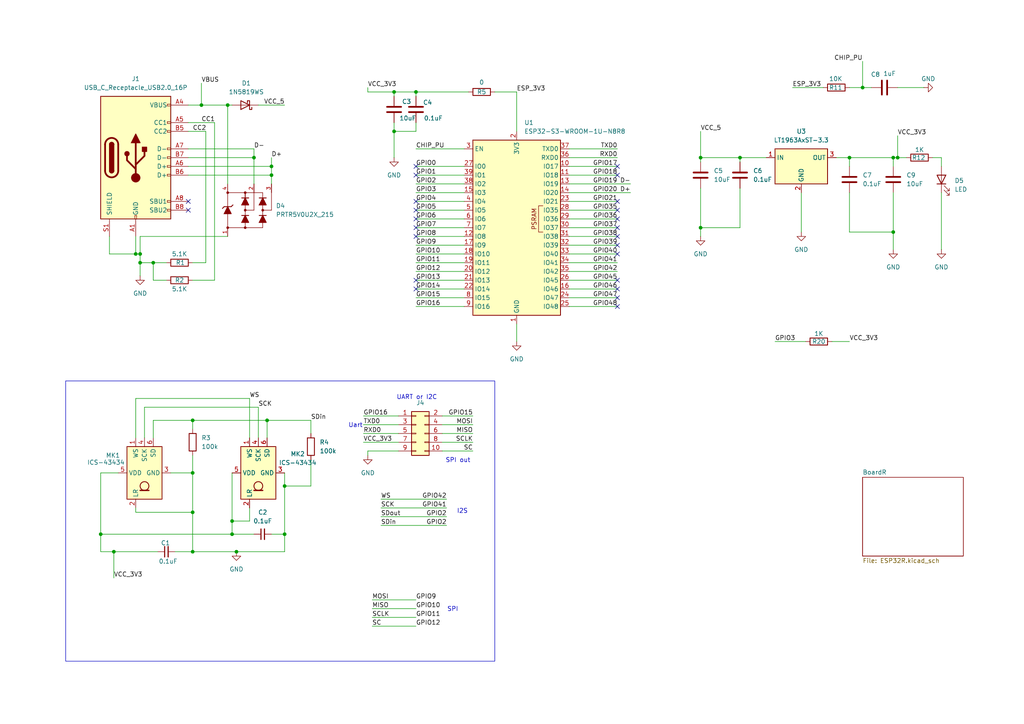
<source format=kicad_sch>
(kicad_sch (version 20231120) (generator "eeschema") (generator_version "8.0")
  (paper "A4")
  (lib_symbols
    (symbol "Connector:USB_C_Receptacle_USB2.0_16P" (pin_names (offset 1.016))
      (property "Reference" "J" (at 0 22.225 0))
      (property "Value" "USB_C_Receptacle_USB2.0_16P" (at 0 19.685 0))
      (symbol "USB_C_Receptacle_USB2.0_16P_0_0"
        (rectangle (start -0.254 -17.78) (end 0.254 -16.764))
        (rectangle (start 10.16 -14.986) (end 9.144 -15.494))
        (rectangle (start 10.16 -12.446) (end 9.144 -12.954))
        (rectangle (start 10.16 -4.826) (end 9.144 -5.334))
        (rectangle (start 10.16 -2.286) (end 9.144 -2.794))
        (rectangle (start 10.16 0.254) (end 9.144 -0.254))
        (rectangle (start 10.16 2.794) (end 9.144 2.286))
        (rectangle (start 10.16 7.874) (end 9.144 7.366))
        (rectangle (start 10.16 10.414) (end 9.144 9.906))
        (rectangle (start 10.16 15.494) (end 9.144 14.986))
      )
      (symbol "USB_C_Receptacle_USB2.0_16P_0_1"
        (rectangle (start -10.16 17.78) (end 10.16 -17.78) (stroke (width 0.254)) (fill (type background)))
        (arc (start -8.89 -3.81) (mid -6.985 -5.7067) (end -5.08 -3.81) (stroke (width 0.508)))
        (arc (start -7.62 -3.81) (mid -6.985 -4.4423) (end -6.35 -3.81) (stroke (width 0.254)))
        (arc (start -7.62 -3.81) (mid -6.985 -4.4423) (end -6.35 -3.81) (stroke (width 0.254)) (fill (type outline)))
        (rectangle (start -7.62 -3.81) (end -6.35 3.81) (stroke (width 0.254)) (fill (type outline)))
        (arc (start -6.35 3.81) (mid -6.985 4.4423) (end -7.62 3.81) (stroke (width 0.254)))
        (arc (start -6.35 3.81) (mid -6.985 4.4423) (end -7.62 3.81) (stroke (width 0.254)) (fill (type outline)))
        (arc (start -5.08 3.81) (mid -6.985 5.7067) (end -8.89 3.81) (stroke (width 0.508)))
        (circle (center -2.54 1.143) (radius 0.635) (stroke (width 0.254)) (fill (type outline)))
        (circle (center 0 -5.842) (radius 1.27) (fill (type outline)))
        (polyline (pts (xy -8.89 -3.81) (xy -8.89 3.81)) (stroke (width 0.508)))
        (polyline (pts (xy -5.08 3.81) (xy -5.08 -3.81)) (stroke (width 0.508)))
        (polyline (pts (xy 0 -5.842) (xy 0 4.318)) (stroke (width 0.508)))
        (polyline (pts (xy 0 -3.302) (xy -2.54 -0.762) (xy -2.54 0.508)) (stroke (width 0.508)))
        (polyline (pts (xy 0 -2.032) (xy 2.54 0.508) (xy 2.54 1.778)) (stroke (width 0.508)))
        (polyline (pts (xy -1.27 4.318) (xy 0 6.858) (xy 1.27 4.318) (xy -1.27 4.318)) (stroke (width 0.254)) (fill (type outline)))
        (rectangle (start 1.905 1.778) (end 3.175 3.048) (stroke (width 0.254)) (fill (type outline)))
      )
      (symbol "USB_C_Receptacle_USB2.0_16P_1_1"
        (pin passive line (at 0 -22.86 90) (length 5.08) (name "GND") (number "A1"))
        (pin passive line (at 0 -22.86 90) (length 5.08) hide (name "GND") (number "A12"))
        (pin passive line (at 15.24 15.24 180) (length 5.08) (name "VBUS") (number "A4"))
        (pin bidirectional line (at 15.24 10.16 180) (length 5.08) (name "CC1") (number "A5"))
        (pin bidirectional line (at 15.24 -2.54 180) (length 5.08) (name "D+") (number "A6"))
        (pin bidirectional line (at 15.24 2.54 180) (length 5.08) (name "D-") (number "A7"))
        (pin bidirectional line (at 15.24 -12.7 180) (length 5.08) (name "SBU1") (number "A8"))
        (pin passive line (at 15.24 15.24 180) (length 5.08) hide (name "VBUS") (number "A9"))
        (pin passive line (at 0 -22.86 90) (length 5.08) hide (name "GND") (number "B1"))
        (pin passive line (at 0 -22.86 90) (length 5.08) hide (name "GND") (number "B12"))
        (pin passive line (at 15.24 15.24 180) (length 5.08) hide (name "VBUS") (number "B4"))
        (pin bidirectional line (at 15.24 7.62 180) (length 5.08) (name "CC2") (number "B5"))
        (pin bidirectional line (at 15.24 -5.08 180) (length 5.08) (name "D+") (number "B6"))
        (pin bidirectional line (at 15.24 0 180) (length 5.08) (name "D-") (number "B7"))
        (pin bidirectional line (at 15.24 -15.24 180) (length 5.08) (name "SBU2") (number "B8"))
        (pin passive line (at 15.24 15.24 180) (length 5.08) hide (name "VBUS") (number "B9"))
        (pin passive line (at -7.62 -22.86 90) (length 5.08) (name "SHIELD") (number "S1"))
      )
    )
    (symbol "Connector_Generic:Conn_02x05_Odd_Even" (pin_names (offset 1.016) hide)
      (property "Reference" "J" (at 1.27 7.62 0))
      (property "Value" "Conn_02x05_Odd_Even" (at 1.27 -7.62 0))
      (symbol "Conn_02x05_Odd_Even_1_1"
        (rectangle (start -1.27 -4.953) (end 0 -5.207) (stroke (width 0.1524)))
        (rectangle (start -1.27 -2.413) (end 0 -2.667) (stroke (width 0.1524)))
        (rectangle (start -1.27 0.127) (end 0 -0.127) (stroke (width 0.1524)))
        (rectangle (start -1.27 2.667) (end 0 2.413) (stroke (width 0.1524)))
        (rectangle (start -1.27 5.207) (end 0 4.953) (stroke (width 0.1524)))
        (rectangle (start -1.27 6.35) (end 3.81 -6.35) (stroke (width 0.254)) (fill (type background)))
        (rectangle (start 3.81 -4.953) (end 2.54 -5.207) (stroke (width 0.1524)))
        (rectangle (start 3.81 -2.413) (end 2.54 -2.667) (stroke (width 0.1524)))
        (rectangle (start 3.81 0.127) (end 2.54 -0.127) (stroke (width 0.1524)))
        (rectangle (start 3.81 2.667) (end 2.54 2.413) (stroke (width 0.1524)))
        (rectangle (start 3.81 5.207) (end 2.54 4.953) (stroke (width 0.1524)))
        (pin passive line (at -5.08 5.08 0) (length 3.81) (name "Pin_1") (number "1"))
        (pin passive line (at 7.62 -5.08 180) (length 3.81) (name "Pin_10") (number "10"))
        (pin passive line (at 7.62 5.08 180) (length 3.81) (name "Pin_2") (number "2"))
        (pin passive line (at -5.08 2.54 0) (length 3.81) (name "Pin_3") (number "3"))
        (pin passive line (at 7.62 2.54 180) (length 3.81) (name "Pin_4") (number "4"))
        (pin passive line (at -5.08 0 0) (length 3.81) (name "Pin_5") (number "5"))
        (pin passive line (at 7.62 0 180) (length 3.81) (name "Pin_6") (number "6"))
        (pin passive line (at -5.08 -2.54 0) (length 3.81) (name "Pin_7") (number "7"))
        (pin passive line (at 7.62 -2.54 180) (length 3.81) (name "Pin_8") (number "8"))
        (pin passive line (at -5.08 -5.08 0) (length 3.81) (name "Pin_9") (number "9"))
      )
    )
    (symbol "Device:C" (pin_numbers hide) (pin_names (offset 0.254))
      (property "Reference" "C" (at 0.635 2.54 0))
      (property "Value" "C" (at 0.635 -2.54 0))
      (symbol "C_0_1"
        (polyline (pts (xy -2.032 -0.762) (xy 2.032 -0.762)) (stroke (width 0.508)))
        (polyline (pts (xy -2.032 0.762) (xy 2.032 0.762)) (stroke (width 0.508)))
      )
      (symbol "C_1_1"
        (pin passive line (at 0 3.81 270) (length 2.794) (name "~") (number "1"))
        (pin passive line (at 0 -3.81 90) (length 2.794) (name "~") (number "2"))
      )
    )
    (symbol "Device:C_Small" (pin_numbers hide) (pin_names (offset 0.254) hide)
      (property "Reference" "C" (at 0.254 1.778 0))
      (property "Value" "C_Small" (at 0.254 -2.032 0))
      (symbol "C_Small_0_1"
        (polyline (pts (xy -1.524 -0.508) (xy 1.524 -0.508)) (stroke (width 0.3302)))
        (polyline (pts (xy -1.524 0.508) (xy 1.524 0.508)) (stroke (width 0.3048)))
      )
      (symbol "C_Small_1_1"
        (pin passive line (at 0 2.54 270) (length 2.032) (name "~") (number "1"))
        (pin passive line (at 0 -2.54 90) (length 2.032) (name "~") (number "2"))
      )
    )
    (symbol "Device:LED" (pin_numbers hide) (pin_names (offset 1.016) hide)
      (property "Reference" "D" (at 0 2.54 0))
      (property "Value" "LED" (at 0 -2.54 0))
      (symbol "LED_0_1"
        (polyline (pts (xy -1.27 -1.27) (xy -1.27 1.27)) (stroke (width 0.254)))
        (polyline (pts (xy -1.27 0) (xy 1.27 0)))
        (polyline (pts (xy 1.27 -1.27) (xy 1.27 1.27) (xy -1.27 0) (xy 1.27 -1.27)) (stroke (width 0.254)))
        (polyline (pts (xy -3.048 -0.762) (xy -4.572 -2.286) (xy -3.81 -2.286) (xy -4.572 -2.286) (xy -4.572 -1.524)))
        (polyline (pts (xy -1.778 -0.762) (xy -3.302 -2.286) (xy -2.54 -2.286) (xy -3.302 -2.286) (xy -3.302 -1.524)))
      )
      (symbol "LED_1_1"
        (pin passive line (at -3.81 0 0) (length 2.54) (name "K") (number "1"))
        (pin passive line (at 3.81 0 180) (length 2.54) (name "A") (number "2"))
      )
    )
    (symbol "Device:R" (pin_numbers hide) (pin_names (offset 0))
      (property "Reference" "R" (at 2.032 0 90))
      (property "Value" "R" (at 0 0 90))
      (symbol "R_0_1"
        (rectangle (start -1.016 -2.54) (end 1.016 2.54) (stroke (width 0.254)))
      )
      (symbol "R_1_1"
        (pin passive line (at 0 3.81 270) (length 1.27) (name "~") (number "1"))
        (pin passive line (at 0 -3.81 90) (length 1.27) (name "~") (number "2"))
      )
    )
    (symbol "Diode:1N5819WS" (pin_numbers hide) (pin_names (offset 1.016) hide)
      (property "Reference" "D" (at 0 2.54 0))
      (property "Value" "1N5819WS" (at 0 -2.54 0))
      (symbol "1N5819WS_0_1"
        (polyline (pts (xy 1.27 0) (xy -1.27 0)))
        (polyline (pts (xy 1.27 1.27) (xy 1.27 -1.27) (xy -1.27 0) (xy 1.27 1.27)) (stroke (width 0.254)))
        (polyline (pts (xy -1.905 0.635) (xy -1.905 1.27) (xy -1.27 1.27) (xy -1.27 -1.27) (xy -0.635 -1.27) (xy -0.635 -0.635)) (stroke (width 0.254)))
      )
      (symbol "1N5819WS_1_1"
        (pin passive line (at -3.81 0 0) (length 2.54) (name "K") (number "1"))
        (pin passive line (at 3.81 0 180) (length 2.54) (name "A") (number "2"))
      )
    )
    (symbol "PRTR5V0U2X_215:PRTR5V0U2X_215" (pin_names (offset 1.016))
      (property "Reference" "D" (at -2.5474 -7.5404 0))
      (property "Value" "PRTR5V0U2X_215" (at -2.543 -10.3245 0))
      (symbol "PRTR5V0U2X_215_0_0"
        (circle (center -5.08 -5.08) (radius 0.254) (stroke (width 0.254)))
        (circle (center -5.08 5.08) (radius 0.254) (stroke (width 0.254)))
        (circle (center 0 -5.08) (radius 0.254) (stroke (width 0.254)))
        (polyline (pts (xy -6.096 1.016) (xy -6.604 0.508)) (stroke (width 0.254)))
        (polyline (pts (xy -6.096 1.016) (xy -5.08 1.016)) (stroke (width 0.254)))
        (polyline (pts (xy -5.08 -1.016) (xy -5.08 -7.62)) (stroke (width 0.1524)))
        (polyline (pts (xy -5.08 1.016) (xy -5.08 7.62)) (stroke (width 0.1524)))
        (polyline (pts (xy -5.08 1.016) (xy -4.064 1.016)) (stroke (width 0.254)))
        (polyline (pts (xy -4.064 1.016) (xy -3.556 1.524)) (stroke (width 0.254)))
        (polyline (pts (xy -1.016 -1.524) (xy 0 -1.524)) (stroke (width 0.254)))
        (polyline (pts (xy -1.016 3.556) (xy 0 3.556)) (stroke (width 0.254)))
        (polyline (pts (xy 0 -5.08) (xy -5.08 -5.08)) (stroke (width 0.1524)))
        (polyline (pts (xy 0 -3.556) (xy 0 -5.08)) (stroke (width 0.1524)))
        (polyline (pts (xy 0 -1.524) (xy 0 0)) (stroke (width 0.1524)))
        (polyline (pts (xy 0 -1.524) (xy 1.016 -1.524)) (stroke (width 0.254)))
        (polyline (pts (xy 0 0) (xy 0 1.524)) (stroke (width 0.1524)))
        (polyline (pts (xy 0 0) (xy 2.54 0)) (stroke (width 0.1524)))
        (polyline (pts (xy 0 3.556) (xy 0 5.08)) (stroke (width 0.254)))
        (polyline (pts (xy 0 3.556) (xy 1.016 3.556)) (stroke (width 0.254)))
        (polyline (pts (xy 0 5.08) (xy -5.08 5.08)) (stroke (width 0.1524)))
        (polyline (pts (xy 2.54 0) (xy 2.54 7.62)) (stroke (width 0.1524)))
        (polyline (pts (xy 4.064 -1.524) (xy 5.08 -1.524)) (stroke (width 0.254)))
        (polyline (pts (xy 4.064 3.556) (xy 5.08 3.556)) (stroke (width 0.254)))
        (polyline (pts (xy 5.08 -5.08) (xy 0 -5.08)) (stroke (width 0.1524)))
        (polyline (pts (xy 5.08 -3.556) (xy 5.08 -5.08)) (stroke (width 0.1524)))
        (polyline (pts (xy 5.08 -1.524) (xy 5.08 0)) (stroke (width 0.1524)))
        (polyline (pts (xy 5.08 -1.524) (xy 6.096 -1.524)) (stroke (width 0.254)))
        (polyline (pts (xy 5.08 0) (xy 5.08 1.524)) (stroke (width 0.1524)))
        (polyline (pts (xy 5.08 0) (xy 7.62 0)) (stroke (width 0.1524)))
        (polyline (pts (xy 5.08 3.556) (xy 5.08 5.08)) (stroke (width 0.1524)))
        (polyline (pts (xy 5.08 3.556) (xy 6.096 3.556)) (stroke (width 0.254)))
        (polyline (pts (xy 5.08 5.08) (xy 0 5.08)) (stroke (width 0.1524)))
        (polyline (pts (xy 7.62 0) (xy 7.62 7.62)) (stroke (width 0.1524)))
        (polyline (pts (xy -6.096 -1.016) (xy -5.08 1.016) (xy -4.064 -1.016) (xy -6.096 -1.016)) (stroke (width 0.254)) (fill (type outline)))
        (polyline (pts (xy -1.016 -3.556) (xy 0 -1.524) (xy 1.016 -3.556) (xy -1.016 -3.556)) (stroke (width 0.254)) (fill (type outline)))
        (polyline (pts (xy -1.016 1.524) (xy 0 3.556) (xy 1.016 1.524) (xy -1.016 1.524)) (stroke (width 0.254)) (fill (type outline)))
        (polyline (pts (xy 4.064 -3.556) (xy 5.08 -1.524) (xy 6.096 -3.556) (xy 4.064 -3.556)) (stroke (width 0.254)) (fill (type outline)))
        (polyline (pts (xy 4.064 1.524) (xy 5.08 3.556) (xy 6.096 1.524) (xy 4.064 1.524)) (stroke (width 0.254)) (fill (type outline)))
        (circle (center 0 0) (radius 0.254) (stroke (width 0.254)))
        (circle (center 0 5.08) (radius 0.254) (stroke (width 0.254)))
        (circle (center 5.08 0) (radius 0.254) (stroke (width 0.254)))
        (pin passive line (at -5.08 -7.62 90) (length 2.54) (name "~") (number "1"))
        (pin passive line (at 2.54 7.62 270) (length 2.54) (name "~") (number "2"))
        (pin passive line (at 7.62 7.62 270) (length 2.54) (name "~") (number "3"))
        (pin passive line (at -5.08 7.62 270) (length 2.54) (name "~") (number "4"))
      )
    )
    (symbol "RF_Module:ESP32-S3-WROOM-1"
      (property "Reference" "U" (at -12.7 26.67 0))
      (property "Value" "ESP32-S3-WROOM-1" (at 12.7 26.67 0))
      (symbol "ESP32-S3-WROOM-1_0_0"
        (rectangle (start -12.7 25.4) (end 12.7 -25.4) (stroke (width 0.254)) (fill (type background)))
        (text "PSRAM" (at 5.08 2.54 900) (effects (font (size 1.27 1.27))))
      )
      (symbol "ESP32-S3-WROOM-1_0_1"
        (polyline (pts (xy 7.62 -1.27) (xy 6.35 -1.27) (xy 6.35 6.35) (xy 7.62 6.35)))
      )
      (symbol "ESP32-S3-WROOM-1_1_1"
        (pin power_in line (at 0 -27.94 90) (length 2.54) (name "GND") (number "1"))
        (pin bidirectional line (at 15.24 17.78 180) (length 2.54) (name "IO17") (number "10"))
        (pin bidirectional line (at 15.24 15.24 180) (length 2.54) (name "IO18") (number "11"))
        (pin bidirectional line (at -15.24 -2.54 0) (length 2.54) (name "IO8") (number "12"))
        (pin bidirectional line (at 15.24 12.7 180) (length 2.54) (name "IO19") (number "13"))
        (pin bidirectional line (at 15.24 10.16 180) (length 2.54) (name "IO20") (number "14"))
        (pin bidirectional line (at -15.24 10.16 0) (length 2.54) (name "IO3") (number "15"))
        (pin bidirectional line (at 15.24 -17.78 180) (length 2.54) (name "IO46") (number "16"))
        (pin bidirectional line (at -15.24 -5.08 0) (length 2.54) (name "IO9") (number "17"))
        (pin bidirectional line (at -15.24 -7.62 0) (length 2.54) (name "IO10") (number "18"))
        (pin bidirectional line (at -15.24 -10.16 0) (length 2.54) (name "IO11") (number "19"))
        (pin power_in line (at 0 27.94 270) (length 2.54) (name "3V3") (number "2"))
        (pin bidirectional line (at -15.24 -12.7 0) (length 2.54) (name "IO12") (number "20"))
        (pin bidirectional line (at -15.24 -15.24 0) (length 2.54) (name "IO13") (number "21"))
        (pin bidirectional line (at -15.24 -17.78 0) (length 2.54) (name "IO14") (number "22"))
        (pin bidirectional line (at 15.24 7.62 180) (length 2.54) (name "IO21") (number "23"))
        (pin bidirectional line (at 15.24 -20.32 180) (length 2.54) (name "IO47") (number "24"))
        (pin bidirectional line (at 15.24 -22.86 180) (length 2.54) (name "IO48") (number "25"))
        (pin bidirectional line (at 15.24 -15.24 180) (length 2.54) (name "IO45") (number "26"))
        (pin bidirectional line (at -15.24 17.78 0) (length 2.54) (name "IO0") (number "27"))
        (pin bidirectional line (at 15.24 5.08 180) (length 2.54) (name "IO35") (number "28"))
        (pin bidirectional line (at 15.24 2.54 180) (length 2.54) (name "IO36") (number "29"))
        (pin input line (at -15.24 22.86 0) (length 2.54) (name "EN") (number "3"))
        (pin bidirectional line (at 15.24 0 180) (length 2.54) (name "IO37") (number "30"))
        (pin bidirectional line (at 15.24 -2.54 180) (length 2.54) (name "IO38") (number "31"))
        (pin bidirectional line (at 15.24 -5.08 180) (length 2.54) (name "IO39") (number "32"))
        (pin bidirectional line (at 15.24 -7.62 180) (length 2.54) (name "IO40") (number "33"))
        (pin bidirectional line (at 15.24 -10.16 180) (length 2.54) (name "IO41") (number "34"))
        (pin bidirectional line (at 15.24 -12.7 180) (length 2.54) (name "IO42") (number "35"))
        (pin bidirectional line (at 15.24 20.32 180) (length 2.54) (name "RXD0") (number "36"))
        (pin bidirectional line (at 15.24 22.86 180) (length 2.54) (name "TXD0") (number "37"))
        (pin bidirectional line (at -15.24 12.7 0) (length 2.54) (name "IO2") (number "38"))
        (pin bidirectional line (at -15.24 15.24 0) (length 2.54) (name "IO1") (number "39"))
        (pin bidirectional line (at -15.24 7.62 0) (length 2.54) (name "IO4") (number "4"))
        (pin passive line (at 0 -27.94 90) (length 2.54) hide (name "GND") (number "40"))
        (pin passive line (at 0 -27.94 90) (length 2.54) hide (name "GND") (number "41"))
        (pin bidirectional line (at -15.24 5.08 0) (length 2.54) (name "IO5") (number "5"))
        (pin bidirectional line (at -15.24 2.54 0) (length 2.54) (name "IO6") (number "6"))
        (pin bidirectional line (at -15.24 0 0) (length 2.54) (name "IO7") (number "7"))
        (pin bidirectional line (at -15.24 -20.32 0) (length 2.54) (name "IO15") (number "8"))
        (pin bidirectional line (at -15.24 -22.86 0) (length 2.54) (name "IO16") (number "9"))
      )
    )
    (symbol "Regulator_Linear:LT1963AxST-3.3"
      (property "Reference" "U2" (at 0 10.16 0))
      (property "Value" "LT1963AxST-3.3" (at 0 7.62 0))
      (symbol "LT1963AxST-3.3_0_1"
        (rectangle (start -7.62 5.08) (end 7.62 -5.08) (stroke (width 0.254)) (fill (type background)))
      )
      (symbol "LT1963AxST-3.3_1_1"
        (pin power_in line (at -10.16 2.54 0) (length 2.54) (name "IN") (number "1"))
        (pin power_in line (at 0 -7.62 90) (length 2.54) (name "GND") (number "2"))
        (pin power_out line (at 10.16 2.54 180) (length 2.54) (name "OUT") (number "3"))
        (pin power_in line (at 0 -7.62 90) (length 2.54) hide (name "GND") (number "4"))
      )
    )
    (symbol "Sensor_Audio:ICS-43434"
      (property "Reference" "MK" (at -7.62 6.35 0))
      (property "Value" "ICS-43434" (at 1.27 6.35 0))
      (symbol "ICS-43434_1_1"
        (rectangle (start -7.62 5.08) (end 7.62 -5.08) (stroke (width 0.254)) (fill (type background)))
        (circle (center -3.81 0) (radius 1.27) (stroke (width 0.254)))
        (polyline (pts (xy -5.08 1.27) (xy -5.08 -1.27)) (stroke (width 0.381)))
        (pin input line (at 10.16 2.54 180) (length 2.54) (name "WS") (number "1"))
        (pin input line (at -10.16 2.54 0) (length 2.54) (name "LR") (number "2"))
        (pin power_in line (at 0 -7.62 90) (length 2.54) (name "GND") (number "3"))
        (pin input line (at 10.16 0 180) (length 2.54) (name "SCK") (number "4"))
        (pin power_in line (at 0 7.62 270) (length 2.54) (name "VDD") (number "5"))
        (pin output line (at 10.16 -2.54 180) (length 2.54) (name "SD") (number "6"))
      )
    )
    (symbol "power:GND" (power) (pin_numbers hide) (pin_names (offset 0) hide)
      (property "Value" "GND" (at 0 -3.81 0))
      (symbol "GND_0_1"
        (polyline (pts (xy 0 0) (xy 0 -1.27) (xy 1.27 -1.27) (xy 0 -2.54) (xy -1.27 -1.27) (xy 0 -1.27)))
      )
      (symbol "GND_1_1"
        (pin power_in line (at 0 0 270) (length 0) (name "~") (number "1"))
      )
    )
  )
  (junction (at 33.02 160.02))
  (junction (at 260.35 45.72))
  (junction (at 120.65 26.67))
  (junction (at 55.88 121.92))
  (junction (at 68.58 160.02))
  (junction (at 78.74 50.8))
  (junction (at 82.55 140.97))
  (junction (at 82.55 154.94))
  (junction (at 55.88 160.02))
  (junction (at 67.31 151.13))
  (junction (at 250.19 25.4))
  (junction (at 67.31 154.94))
  (junction (at 40.64 73.66))
  (junction (at 29.21 154.94))
  (junction (at 259.08 67.31))
  (junction (at 39.37 73.66))
  (junction (at 73.66 45.72))
  (junction (at 55.88 148.59))
  (junction (at 58.42 30.48))
  (junction (at 44.45 76.2))
  (junction (at 203.2 45.72))
  (junction (at 114.3 26.67))
  (junction (at 40.64 76.2))
  (junction (at 246.38 45.72))
  (junction (at 77.47 121.92))
  (junction (at 114.3 38.1))
  (junction (at 66.04 30.48))
  (junction (at 214.63 45.72))
  (junction (at 259.08 45.72))
  (junction (at 78.74 48.26))
  (junction (at 203.2 66.04))
  (junction (at 55.88 137.16))
  (no_connect (at 179.07 88.9))
  (no_connect (at 120.65 50.8))
  (no_connect (at 120.65 83.82))
  (no_connect (at 179.07 81.28))
  (no_connect (at 179.07 66.04))
  (no_connect (at 179.07 58.42))
  (no_connect (at 120.65 60.96))
  (no_connect (at 179.07 68.58))
  (no_connect (at 179.07 60.96))
  (no_connect (at 179.07 50.8))
  (no_connect (at 179.07 71.12))
  (no_connect (at 120.65 81.28))
  (no_connect (at 54.61 60.96))
  (no_connect (at 179.07 73.66))
  (no_connect (at 120.65 58.42))
  (no_connect (at 179.07 83.82))
  (no_connect (at 179.07 86.36))
  (no_connect (at 120.65 68.58))
  (no_connect (at 120.65 48.26))
  (no_connect (at 179.07 48.26))
  (no_connect (at 120.65 63.5))
  (no_connect (at 120.65 66.04))
  (no_connect (at 179.07 63.5))
  (no_connect (at 54.61 58.42))
  (wire (pts (xy 55.88 121.92) (xy 77.47 121.92)))
  (wire (pts (xy 260.35 39.37) (xy 260.35 45.72)))
  (wire (pts (xy 120.65 63.5) (xy 134.62 63.5)))
  (wire (pts (xy 54.61 45.72) (xy 73.66 45.72)))
  (wire (pts (xy 55.88 132.08) (xy 55.88 137.16)))
  (wire (pts (xy 77.47 121.92) (xy 77.47 127)))
  (wire (pts (xy 120.65 83.82) (xy 134.62 83.82)))
  (wire (pts (xy 40.64 76.2) (xy 40.64 73.66)))
  (wire (pts (xy 120.65 68.58) (xy 134.62 68.58)))
  (wire (pts (xy 110.49 147.32) (xy 129.54 147.32)))
  (wire (pts (xy 143.51 26.67) (xy 149.86 26.67)))
  (wire (pts (xy 259.08 67.31) (xy 259.08 72.39)))
  (wire (pts (xy 120.65 26.67) (xy 135.89 26.67)))
  (wire (pts (xy 54.61 38.1) (xy 59.69 38.1)))
  (wire (pts (xy 120.65 88.9) (xy 134.62 88.9)))
  (wire (pts (xy 115.57 120.65) (xy 105.41 120.65)))
  (wire (pts (xy 165.1 53.34) (xy 182.88 53.34)))
  (wire (pts (xy 246.38 45.72) (xy 246.38 48.26)))
  (wire (pts (xy 55.88 137.16) (xy 55.88 148.59)))
  (wire (pts (xy 62.23 35.56) (xy 62.23 81.28)))
  (wire (pts (xy 40.64 76.2) (xy 44.45 76.2)))
  (wire (pts (xy 246.38 55.88) (xy 246.38 67.31)))
  (wire (pts (xy 259.08 55.88) (xy 259.08 67.31)))
  (wire (pts (xy 41.91 118.11) (xy 74.93 118.11)))
  (wire (pts (xy 66.04 30.48) (xy 67.31 30.48)))
  (wire (pts (xy 203.2 46.99) (xy 203.2 45.72)))
  (wire (pts (xy 137.16 128.27) (xy 128.27 128.27)))
  (wire (pts (xy 165.1 81.28) (xy 179.07 81.28)))
  (wire (pts (xy 273.05 55.88) (xy 273.05 72.39)))
  (wire (pts (xy 39.37 148.59) (xy 55.88 148.59)))
  (wire (pts (xy 39.37 73.66) (xy 40.64 73.66)))
  (wire (pts (xy 39.37 68.58) (xy 39.37 73.66)))
  (wire (pts (xy 72.39 127) (xy 72.39 115.57)))
  (wire (pts (xy 120.65 35.56) (xy 120.65 38.1)))
  (wire (pts (xy 120.65 26.67) (xy 120.65 27.94)))
  (wire (pts (xy 107.95 173.99) (xy 120.65 173.99)))
  (wire (pts (xy 66.04 30.48) (xy 66.04 53.34)))
  (wire (pts (xy 128.27 123.19) (xy 137.16 123.19)))
  (wire (pts (xy 62.23 81.28) (xy 55.88 81.28)))
  (wire (pts (xy 165.1 71.12) (xy 179.07 71.12)))
  (wire (pts (xy 44.45 121.92) (xy 55.88 121.92)))
  (wire (pts (xy 67.31 154.94) (xy 67.31 151.13)))
  (wire (pts (xy 214.63 66.04) (xy 203.2 66.04)))
  (wire (pts (xy 73.66 45.72) (xy 73.66 53.34)))
  (wire (pts (xy 229.87 25.4) (xy 238.76 25.4)))
  (wire (pts (xy 114.3 26.67) (xy 120.65 26.67)))
  (wire (pts (xy 120.65 81.28) (xy 134.62 81.28)))
  (wire (pts (xy 203.2 54.61) (xy 203.2 66.04)))
  (wire (pts (xy 105.41 128.27) (xy 115.57 128.27)))
  (wire (pts (xy 54.61 35.56) (xy 62.23 35.56)))
  (wire (pts (xy 54.61 50.8) (xy 78.74 50.8)))
  (wire (pts (xy 106.68 25.4) (xy 106.68 26.67)))
  (wire (pts (xy 82.55 140.97) (xy 90.17 140.97)))
  (wire (pts (xy 114.3 38.1) (xy 114.3 45.72)))
  (wire (pts (xy 54.61 48.26) (xy 78.74 48.26)))
  (wire (pts (xy 72.39 147.32) (xy 72.39 151.13)))
  (wire (pts (xy 106.68 26.67) (xy 114.3 26.67)))
  (wire (pts (xy 232.41 55.88) (xy 232.41 67.31)))
  (wire (pts (xy 165.1 76.2) (xy 179.07 76.2)))
  (wire (pts (xy 259.08 45.72) (xy 260.35 45.72)))
  (wire (pts (xy 242.57 45.72) (xy 246.38 45.72)))
  (wire (pts (xy 55.88 148.59) (xy 55.88 160.02)))
  (wire (pts (xy 120.65 38.1) (xy 114.3 38.1)))
  (wire (pts (xy 68.58 160.02) (xy 82.55 160.02)))
  (wire (pts (xy 110.49 144.78) (xy 129.54 144.78)))
  (wire (pts (xy 120.65 58.42) (xy 134.62 58.42)))
  (wire (pts (xy 260.35 25.4) (xy 267.97 25.4)))
  (wire (pts (xy 59.69 76.2) (xy 55.88 76.2)))
  (wire (pts (xy 179.07 50.8) (xy 165.1 50.8)))
  (wire (pts (xy 260.35 45.72) (xy 262.89 45.72)))
  (wire (pts (xy 165.1 86.36) (xy 179.07 86.36)))
  (wire (pts (xy 48.26 81.28) (xy 44.45 81.28)))
  (wire (pts (xy 149.86 93.98) (xy 149.86 99.06)))
  (wire (pts (xy 29.21 160.02) (xy 29.21 154.94)))
  (wire (pts (xy 120.65 78.74) (xy 134.62 78.74)))
  (wire (pts (xy 44.45 76.2) (xy 48.26 76.2)))
  (wire (pts (xy 77.47 121.92) (xy 90.17 121.92)))
  (wire (pts (xy 106.68 130.81) (xy 106.68 132.08)))
  (wire (pts (xy 58.42 30.48) (xy 66.04 30.48)))
  (wire (pts (xy 107.95 179.07) (xy 120.65 179.07)))
  (wire (pts (xy 120.65 66.04) (xy 134.62 66.04)))
  (wire (pts (xy 40.64 80.01) (xy 40.64 76.2)))
  (wire (pts (xy 114.3 35.56) (xy 114.3 38.1)))
  (wire (pts (xy 78.74 45.72) (xy 78.74 48.26)))
  (wire (pts (xy 74.93 30.48) (xy 82.55 30.48)))
  (wire (pts (xy 165.1 60.96) (xy 179.07 60.96)))
  (wire (pts (xy 246.38 25.4) (xy 250.19 25.4)))
  (wire (pts (xy 114.3 26.67) (xy 114.3 27.94)))
  (wire (pts (xy 165.1 45.72) (xy 179.07 45.72)))
  (wire (pts (xy 82.55 154.94) (xy 82.55 140.97)))
  (wire (pts (xy 33.02 167.64) (xy 33.02 160.02)))
  (wire (pts (xy 120.65 55.88) (xy 134.62 55.88)))
  (wire (pts (xy 165.1 78.74) (xy 179.07 78.74)))
  (wire (pts (xy 214.63 54.61) (xy 214.63 66.04)))
  (wire (pts (xy 273.05 45.72) (xy 273.05 48.26)))
  (wire (pts (xy 59.69 38.1) (xy 59.69 76.2)))
  (wire (pts (xy 179.07 48.26) (xy 165.1 48.26)))
  (wire (pts (xy 105.41 125.73) (xy 115.57 125.73)))
  (wire (pts (xy 29.21 137.16) (xy 29.21 154.94)))
  (wire (pts (xy 31.75 73.66) (xy 39.37 73.66)))
  (wire (pts (xy 120.65 53.34) (xy 134.62 53.34)))
  (wire (pts (xy 137.16 125.73) (xy 128.27 125.73)))
  (wire (pts (xy 250.19 25.4) (xy 252.73 25.4)))
  (wire (pts (xy 214.63 45.72) (xy 222.25 45.72)))
  (wire (pts (xy 39.37 148.59) (xy 39.37 147.32)))
  (wire (pts (xy 44.45 127) (xy 44.45 121.92)))
  (wire (pts (xy 120.65 48.26) (xy 134.62 48.26)))
  (wire (pts (xy 44.45 81.28) (xy 44.45 76.2)))
  (wire (pts (xy 67.31 151.13) (xy 72.39 151.13)))
  (wire (pts (xy 90.17 121.92) (xy 90.17 125.73)))
  (wire (pts (xy 120.65 60.96) (xy 134.62 60.96)))
  (wire (pts (xy 107.95 181.61) (xy 120.65 181.61)))
  (wire (pts (xy 203.2 45.72) (xy 214.63 45.72)))
  (wire (pts (xy 120.65 43.18) (xy 134.62 43.18)))
  (wire (pts (xy 128.27 120.65) (xy 137.16 120.65)))
  (wire (pts (xy 115.57 130.81) (xy 106.68 130.81)))
  (wire (pts (xy 110.49 152.4) (xy 129.54 152.4)))
  (wire (pts (xy 165.1 43.18) (xy 179.07 43.18)))
  (wire (pts (xy 33.02 160.02) (xy 29.21 160.02)))
  (wire (pts (xy 54.61 30.48) (xy 58.42 30.48)))
  (wire (pts (xy 165.1 58.42) (xy 179.07 58.42)))
  (wire (pts (xy 165.1 55.88) (xy 182.88 55.88)))
  (wire (pts (xy 137.16 130.81) (xy 128.27 130.81)))
  (wire (pts (xy 58.42 24.13) (xy 58.42 30.48)))
  (wire (pts (xy 72.39 115.57) (xy 39.37 115.57)))
  (wire (pts (xy 214.63 46.99) (xy 214.63 45.72)))
  (wire (pts (xy 105.41 123.19) (xy 115.57 123.19)))
  (wire (pts (xy 110.49 149.86) (xy 129.54 149.86)))
  (wire (pts (xy 120.65 86.36) (xy 134.62 86.36)))
  (wire (pts (xy 49.53 137.16) (xy 55.88 137.16)))
  (wire (pts (xy 120.65 76.2) (xy 134.62 76.2)))
  (wire (pts (xy 39.37 115.57) (xy 39.37 127)))
  (wire (pts (xy 203.2 66.04) (xy 203.2 68.58)))
  (wire (pts (xy 45.72 160.02) (xy 33.02 160.02)))
  (wire (pts (xy 67.31 151.13) (xy 67.31 137.16)))
  (wire (pts (xy 246.38 67.31) (xy 259.08 67.31)))
  (wire (pts (xy 50.8 160.02) (xy 55.88 160.02)))
  (wire (pts (xy 250.19 25.4) (xy 250.19 17.78)))
  (wire (pts (xy 82.55 160.02) (xy 82.55 154.94)))
  (wire (pts (xy 34.29 137.16) (xy 29.21 137.16)))
  (wire (pts (xy 78.74 50.8) (xy 78.74 53.34)))
  (wire (pts (xy 54.61 43.18) (xy 73.66 43.18)))
  (wire (pts (xy 107.95 176.53) (xy 120.65 176.53)))
  (wire (pts (xy 203.2 38.1) (xy 203.2 45.72)))
  (wire (pts (xy 165.1 83.82) (xy 179.07 83.82)))
  (wire (pts (xy 55.88 160.02) (xy 68.58 160.02)))
  (wire (pts (xy 40.64 68.58) (xy 66.04 68.58)))
  (wire (pts (xy 74.93 118.11) (xy 74.93 127)))
  (wire (pts (xy 55.88 121.92) (xy 55.88 124.46)))
  (wire (pts (xy 165.1 73.66) (xy 179.07 73.66)))
  (wire (pts (xy 90.17 133.35) (xy 90.17 140.97)))
  (wire (pts (xy 78.74 48.26) (xy 78.74 50.8)))
  (wire (pts (xy 259.08 45.72) (xy 259.08 48.26)))
  (wire (pts (xy 165.1 66.04) (xy 179.07 66.04)))
  (wire (pts (xy 29.21 154.94) (xy 67.31 154.94)))
  (wire (pts (xy 165.1 88.9) (xy 179.07 88.9)))
  (wire (pts (xy 246.38 45.72) (xy 259.08 45.72)))
  (wire (pts (xy 120.65 73.66) (xy 134.62 73.66)))
  (wire (pts (xy 67.31 154.94) (xy 73.66 154.94)))
  (wire (pts (xy 82.55 140.97) (xy 82.55 137.16)))
  (wire (pts (xy 41.91 118.11) (xy 41.91 127)))
  (wire (pts (xy 120.65 50.8) (xy 134.62 50.8)))
  (wire (pts (xy 270.51 45.72) (xy 273.05 45.72)))
  (wire (pts (xy 40.64 68.58) (xy 40.64 73.66)))
  (wire (pts (xy 120.65 71.12) (xy 134.62 71.12)))
  (wire (pts (xy 73.66 43.18) (xy 73.66 45.72)))
  (wire (pts (xy 241.3 99.06) (xy 246.38 99.06)))
  (wire (pts (xy 165.1 68.58) (xy 179.07 68.58)))
  (wire (pts (xy 31.75 68.58) (xy 31.75 73.66)))
  (wire (pts (xy 78.74 154.94) (xy 82.55 154.94)))
  (wire (pts (xy 149.86 38.1) (xy 149.86 26.67)))
  (wire (pts (xy 224.79 99.06) (xy 233.68 99.06)))
  (wire (pts (xy 165.1 63.5) (xy 179.07 63.5)))
  (rectangle (start 19.05 110.49) (end 143.51 191.77))
  (text "Uart\n" (at 103.124 123.444 0) (effects (font (size 1.27 1.27))))
  (text "UART or I2C\n" (at 120.904 115.316 0) (effects (font (size 1.27 1.27))))
  (text "SPI\n" (at 131.318 176.784 0) (effects (font (size 1.27 1.27))))
  (text "SPI out\n" (at 132.842 133.604 0) (effects (font (size 1.27 1.27))))
  (text "I2S" (at 134.112 148.336 0) (effects (font (size 1.27 1.27))))
  (label "GPIO42" (at 129.54 144.78 180))
  (label "GPIO9" (at 120.65 71.12 0))
  (label "TXD0" (at 105.41 123.19 0))
  (label "GPIO7" (at 120.65 66.04 0))
  (label "GPIO6" (at 120.65 63.5 0))
  (label "GPIO12" (at 120.65 181.61 0))
  (label "GPIO42" (at 179.07 78.74 180))
  (label "CC2" (at 55.88 38.1 0))
  (label "GPIO41" (at 129.54 147.32 180))
  (label "GPIO20" (at 179.07 55.88 180))
  (label "GPIO8" (at 120.65 68.58 0))
  (label "SCK" (at 110.49 147.32 0))
  (label "MOSI" (at 137.16 123.19 180))
  (label "GPIO12" (at 120.65 78.74 0))
  (label "CHIP_PU" (at 250.19 17.78 180))
  (label "VCC_5" (at 82.55 30.48 180))
  (label "RXD0" (at 105.41 125.73 0))
  (label "SCLK" (at 137.16 128.27 180))
  (label "VCC_3V3" (at 105.41 128.27 0))
  (label "SDin" (at 90.17 121.92 0))
  (label "MISO" (at 107.95 176.53 0))
  (label "VCC_3V3" (at 33.02 167.64 0))
  (label "GPIO36" (at 179.07 63.5 180))
  (label "GPIO1" (at 120.65 50.8 0))
  (label "D-" (at 73.66 43.18 0))
  (label "GPIO4" (at 120.65 58.42 0))
  (label "GPIO15" (at 137.16 120.65 180))
  (label "D+" (at 78.74 45.72 0))
  (label "D-" (at 182.88 53.34 180))
  (label "MOSI" (at 107.95 173.99 0))
  (label "GPIO0" (at 120.65 48.26 0) (property "Netclass" "GPIO0" (effects (hide yes))))
  (label "GPIO3" (at 120.65 55.88 0))
  (label "GPIO11" (at 120.65 179.07 0))
  (label "GPIO38" (at 179.07 68.58 180))
  (label "GPIO45" (at 179.07 81.28 180))
  (label "WS" (at 110.49 144.78 0))
  (label "VBUS" (at 58.42 24.13 0))
  (label "GPIO16" (at 105.41 120.65 0))
  (label "GPIO16" (at 120.65 88.9 0))
  (label "SCLK" (at 107.95 179.07 0))
  (label "SCK" (at 74.93 118.11 0))
  (label "RXD0" (at 179.07 45.72 180))
  (label "SDin" (at 110.49 152.4 0))
  (label "TXD0" (at 179.07 43.18 180))
  (label "GPIO35" (at 179.07 60.96 180))
  (label "VCC_5" (at 203.2 38.1 0))
  (label "GPIO2" (at 129.54 152.4 180))
  (label "GPIO11" (at 120.65 76.2 0))
  (label "GPIO41" (at 179.07 76.2 180))
  (label "GPIO13" (at 120.65 81.28 0))
  (label "GPIO17" (at 179.07 48.26 180))
  (label "VCC_3V3" (at 246.38 99.06 0))
  (label "GPIO3" (at 224.79 99.06 0))
  (label "GPIO10" (at 120.65 176.53 0))
  (label "GPIO47" (at 179.07 86.36 180))
  (label "GPIO19" (at 179.07 53.34 180))
  (label "GPIO21" (at 179.07 58.42 180))
  (label "GPIO5" (at 120.65 60.96 0))
  (label "GPIO18" (at 179.07 50.8 180))
  (label "GPIO2" (at 120.65 53.34 0))
  (label "SDout" (at 110.49 149.86 0))
  (label "ESP_3V3" (at 149.86 26.67 0))
  (label "GPIO37" (at 179.07 66.04 180))
  (label "WS" (at 72.39 115.57 0))
  (label "GPIO15" (at 120.65 86.36 0))
  (label "ESP_3V3" (at 229.87 25.4 0))
  (label "GPIO39" (at 179.07 71.12 180))
  (label "SC" (at 137.16 130.81 180))
  (label "GPIO46" (at 179.07 83.82 180))
  (label "VCC_3V3" (at 260.35 39.37 0))
  (label "CC1" (at 58.42 35.56 0))
  (label "VCC_3V3" (at 106.68 25.4 0))
  (label "GPIO14" (at 120.65 83.82 0))
  (label "MISO" (at 137.16 125.73 180))
  (label "GPIO10" (at 120.65 73.66 0))
  (label "CHIP_PU" (at 120.65 43.18 0))
  (label "GPIO2" (at 129.54 149.86 180))
  (label "GPIO48" (at 179.07 88.9 180))
  (label "GPIO40" (at 179.07 73.66 180))
  (label "SC" (at 107.95 181.61 0))
  (label "GPIO9" (at 120.65 173.99 0))
  (label "D+" (at 182.88 55.88 180))
  (symbol (lib_id "power:GND") (at 259.08 72.39 0) (unit 1)
    (property "Reference" "#PWR09" (effects (hide yes)))
    (property "Value" "GND" (at 259.08 77.47 0))
    (property "Description" "Power symbol creates a global label with name \"GND\" , ground" (effects (hide yes)))
  )
  (symbol (lib_id "Diode:1N5819WS") (at 71.12 30.48 180) (unit 1)
    (property "Reference" "D1" (at 71.4375 24.13 0))
    (property "Value" "1N5819WS" (at 71.4375 26.67 0))
    (property "Footprint" "Diode_SMD:D_SOD-323" (effects (hide yes)))
    (property "Datasheet" "https://datasheet.lcsc.com/lcsc/2204281430_Guangdong-Hottech-1N5819WS_C191023.pdf" (effects (hide yes)))
    (property "Description" "40V 600mV@1A 1A SOD-323 Schottky Barrier Diodes, SOD-323" (effects (hide yes)))
  )
  (symbol (lib_id "power:GND") (at 232.41 67.31 0) (unit 1)
    (property "Reference" "#PWR08" (effects (hide yes)))
    (property "Value" "GND" (at 232.41 72.39 0))
    (property "Description" "Power symbol creates a global label with name \"GND\" , ground" (effects (hide yes)))
  )
  (symbol (lib_id "Device:C_Small") (at 48.26 160.02 90) (unit 1)
    (property "Reference" "C1" (at 48.006 157.48 90))
    (property "Value" "0.1uF" (at 48.768 162.814 90))
    (property "Footprint" "Capacitor_SMD:C_0805_2012Metric_Pad1.18x1.45mm_HandSolder" (effects (hide yes)))
    (property "Description" "Unpolarized capacitor, small symbol" (effects (hide yes)))
  )
  (symbol (lib_id "Device:R") (at 139.7 26.67 90) (unit 1)
    (property "Reference" "R5" (at 139.7 26.67 90))
    (property "Value" "0" (at 139.7 23.876 90))
    (property "Footprint" "Jumper:SolderJumper-2_P1.3mm_Open_RoundedPad1.0x1.5mm" (effects (hide yes)))
    (property "Description" "Resistor" (effects (hide yes)))
  )
  (symbol (lib_id "Device:R") (at 52.07 81.28 90) (unit 1)
    (property "Reference" "R2" (at 52.07 81.28 90))
    (property "Value" "5.1K" (at 52.07 83.82 90))
    (property "Footprint" "Resistor_SMD:R_0805_2012Metric_Pad1.20x1.40mm_HandSolder" (effects (hide yes)))
    (property "Description" "Resistor" (effects (hide yes)))
  )
  (symbol (lib_id "power:GND") (at 40.64 80.01 0) (unit 1)
    (property "Reference" "#PWR01" (effects (hide yes)))
    (property "Value" "GND" (at 40.64 85.09 0))
    (property "Description" "Power symbol creates a global label with name \"GND\" , ground" (effects (hide yes)))
  )
  (symbol (lib_id "Device:R") (at 266.7 45.72 90) (unit 1)
    (property "Reference" "R12" (at 266.446 45.72 90))
    (property "Value" "1K" (at 266.7 43.434 90))
    (property "Footprint" "Resistor_SMD:R_0603_1608Metric_Pad0.98x0.95mm_HandSolder" (effects (hide yes)))
    (property "Description" "Resistor" (effects (hide yes)))
  )
  (symbol (lib_id "PRTR5V0U2X_215:PRTR5V0U2X_215") (at 71.12 60.96 0) (unit 1)
    (property "Reference" "D4" (at 80.01 59.6899 0) (effects (justify left)))
    (property "Value" "PRTR5V0U2X_215" (at 80.01 62.2299 0) (effects (justify left)))
    (property "Footprint" "Library:SOT143B" (effects (hide yes)))
  )
  (symbol (lib_id "Device:C") (at 214.63 50.8 0) (unit 1)
    (property "Reference" "C6" (at 218.44 49.5299 0) (effects (justify left)))
    (property "Value" "0.1uF" (at 218.44 52.0699 0) (effects (justify left)))
    (property "Footprint" "Capacitor_SMD:C_0805_2012Metric_Pad1.18x1.45mm_HandSolder" (effects (hide yes)))
    (property "Description" "Unpolarized capacitor" (effects (hide yes)))
  )
  (symbol (lib_id "Regulator_Linear:LT1963AxST-3.3") (at 232.41 48.26 0) (unit 1)
    (property "Reference" "U3" (at 232.41 38.1 0))
    (property "Value" "LT1963AxST-3.3" (at 232.41 40.64 0))
    (property "Footprint" "Package_TO_SOT_SMD:SOT-223-3_TabPin2" (effects (hide yes)))
    (property "Datasheet" "https://www.analog.com/media/en/technical-documentation/data-sheets/1963aff.pdf" (effects (hide yes)))
    (property "Description" "3.3V, 1.5A, Low Noise, Fast Transient Response LDO Regulator, SOT-223" (effects (hide yes)))
  )
  (symbol (lib_id "Device:R") (at 90.17 129.54 0) (unit 1)
    (property "Reference" "R4" (at 92.71 128.2699 0) (effects (justify left)))
    (property "Value" "100k" (at 92.71 130.8099 0) (effects (justify left)))
    (property "Footprint" "Resistor_SMD:R_0805_2012Metric_Pad1.20x1.40mm_HandSolder" (effects (hide yes)))
    (property "Description" "Resistor" (effects (hide yes)))
  )
  (symbol (lib_id "Device:R") (at 52.07 76.2 90) (unit 1)
    (property "Reference" "R1" (at 52.324 76.2 90))
    (property "Value" "5.1K" (at 52.07 73.66 90))
    (property "Footprint" "Resistor_SMD:R_0805_2012Metric_Pad1.20x1.40mm_HandSolder" (effects (hide yes)))
    (property "Description" "Resistor" (effects (hide yes)))
  )
  (symbol (lib_id "power:GND") (at 114.3 45.72 0) (unit 1)
    (property "Reference" "#PWR04" (effects (hide yes)))
    (property "Value" "GND" (at 114.3 50.8 0))
    (property "Description" "Power symbol creates a global label with name \"GND\" , ground" (effects (hide yes)))
  )
  (symbol (lib_id "Device:C") (at 203.2 50.8 0) (unit 1)
    (property "Reference" "C5" (at 207.01 49.5299 0) (effects (justify left)))
    (property "Value" "10uF" (at 207.01 52.0699 0) (effects (justify left)))
    (property "Footprint" "Capacitor_SMD:C_0805_2012Metric_Pad1.18x1.45mm_HandSolder" (effects (hide yes)))
    (property "Description" "Unpolarized capacitor" (effects (hide yes)))
  )
  (symbol (lib_id "Device:C") (at 246.38 52.07 0) (unit 1)
    (property "Reference" "C7" (at 250.19 50.7999 0) (effects (justify left)))
    (property "Value" "0.1uF" (at 250.19 53.3399 0) (effects (justify left)))
    (property "Footprint" "Capacitor_SMD:C_0805_2012Metric_Pad1.18x1.45mm_HandSolder" (effects (hide yes)))
    (property "Description" "Unpolarized capacitor" (effects (hide yes)))
  )
  (symbol (lib_id "Connector_Generic:Conn_02x05_Odd_Even") (at 120.65 125.73 0) (unit 1)
    (property "Reference" "J4" (at 121.92 116.84 0))
    (property "Value" "Connector_Generic:Conn_02x05_Top_Bottom" (effects (hide yes)))
    (property "Footprint" "Connector_PinSocket_2.00mm:PinSocket_2x05_P2.00mm_Vertical" (effects (hide yes)))
    (property "Description" "Generic connector, double row, 02x05, odd/even pin numbering scheme (row 1 odd numbers, row 2 even numbers), script generated (kicad-library-utils/schlib/autogen/connector/)" (effects (hide yes)))
  )
  (symbol (lib_id "Device:R") (at 55.88 128.27 0) (unit 1)
    (property "Reference" "R3" (at 58.42 126.9999 0) (effects (justify left)))
    (property "Value" "100k" (at 58.42 129.5399 0) (effects (justify left)))
    (property "Footprint" "Resistor_SMD:R_0805_2012Metric_Pad1.20x1.40mm_HandSolder" (effects (hide yes)))
    (property "Description" "Resistor" (effects (hide yes)))
  )
  (symbol (lib_id "power:GND") (at 273.05 72.39 0) (unit 1)
    (property "Reference" "#PWR014" (effects (hide yes)))
    (property "Value" "GND" (at 273.05 77.47 0))
    (property "Description" "Power symbol creates a global label with name \"GND\" , ground" (effects (hide yes)))
  )
  (symbol (lib_id "Device:LED") (at 273.05 52.07 90) (unit 1)
    (property "Reference" "D5" (at 276.86 52.3874 90) (effects (justify right)))
    (property "Value" "LED" (at 276.86 54.9274 90) (effects (justify right)))
    (property "Footprint" "LED_SMD:LED_0603_1608Metric_Pad1.05x0.95mm_HandSolder" (effects (hide yes)))
    (property "Description" "Light emitting diode" (effects (hide yes)))
  )
  (symbol (lib_id "Device:C") (at 259.08 52.07 0) (unit 1)
    (property "Reference" "C9" (at 262.89 50.7999 0) (effects (justify left)))
    (property "Value" "10uF" (at 262.89 53.3399 0) (effects (justify left)))
    (property "Footprint" "Capacitor_SMD:C_0805_2012Metric_Pad1.18x1.45mm_HandSolder" (effects (hide yes)))
    (property "Description" "Unpolarized capacitor" (effects (hide yes)))
  )
  (symbol (lib_id "RF_Module:ESP32-S3-WROOM-1") (at 149.86 66.04 0) (unit 1)
    (property "Reference" "U1" (at 152.0541 35.56 0) (effects (justify left)))
    (property "Value" "ESP32-S3-WROOM-1U-N8R8" (at 152.0541 38.1 0) (effects (justify left)))
    (property "Footprint" "PCM_Espressif:ESP32-S3-WROOM-1U" (effects (hide yes)))
    (property "Datasheet" "https://www.espressif.com/sites/default/files/documentation/esp32-s3-wroom-1_wroom-1u_datasheet_en.pdf" (effects (hide yes)))
    (property "Description" "RF Module, ESP32-S3 SoC, Wi-Fi 802.11b/g/n, Bluetooth, BLE, 32-bit, 3.3V, onboard antenna, SMD" (effects (hide yes)))
  )
  (symbol (lib_id "Sensor_Audio:ICS-43434") (at 41.91 137.16 90) (unit 1)
    (property "Reference" "MK1" (at 32.766 132.08 90))
    (property "Value" "ICS-43434" (at 30.734 134.112 90))
    (property "Footprint" "Sensor_Audio:InvenSense_ICS-43434-6_3.5x2.65mm" (effects (hide yes)))
    (property "Datasheet" "https://www.invensense.com/wp-content/uploads/2016/02/DS-000069-ICS-43434-v1.2.pdf" (effects (hide yes)))
    (property "Description" "TDK InvenSense MEMS Microphone, 24-bit I2S, 65 dBA SNR, LGA-6" (effects (hide yes)))
  )
  (symbol (lib_id "power:GND") (at 149.86 99.06 0) (unit 1)
    (property "Reference" "#PWR016" (effects (hide yes)))
    (property "Value" "GND" (at 149.86 104.14 0))
    (property "Description" "Power symbol creates a global label with name \"GND\" , ground" (effects (hide yes)))
  )
  (symbol (lib_id "Device:C") (at 120.65 31.75 0) (unit 1)
    (property "Reference" "C4" (at 122.682 29.718 0) (effects (justify left)))
    (property "Value" "0.1uF" (at 122.936 34.29 0) (effects (justify left)))
    (property "Footprint" "Capacitor_SMD:C_0805_2012Metric_Pad1.18x1.45mm_HandSolder" (effects (hide yes)))
    (property "Description" "Unpolarized capacitor" (effects (hide yes)))
  )
  (symbol (lib_id "power:GND") (at 106.68 132.08 0) (unit 1)
    (property "Reference" "#PWR03" (effects (hide yes)))
    (property "Value" "GND" (at 106.68 137.16 0))
    (property "Description" "Power symbol creates a global label with name \"GND\" , ground" (effects (hide yes)))
  )
  (symbol (lib_id "Device:R") (at 242.57 25.4 270) (unit 1)
    (property "Reference" "R11" (at 244.348 25.4 90) (effects (justify right)))
    (property "Value" "10K" (at 244.348 22.86 90) (effects (justify right)))
    (property "Footprint" "Resistor_SMD:R_0603_1608Metric_Pad0.98x0.95mm_HandSolder" (effects (hide yes)))
    (property "Description" "Resistor" (effects (hide yes)))
  )
  (symbol (lib_id "power:GND") (at 68.58 160.02 0) (unit 1)
    (property "Reference" "#PWR02" (effects (hide yes)))
    (property "Value" "GND" (at 68.58 165.1 0))
    (property "Description" "Power symbol creates a global label with name \"GND\" , ground" (effects (hide yes)))
  )
  (symbol (lib_id "Sensor_Audio:ICS-43434") (at 74.93 137.16 90) (unit 1)
    (property "Reference" "MK2" (at 86.36 131.6638 90))
    (property "Value" "ICS-43434" (at 86.36 134.2038 90))
    (property "Footprint" "Sensor_Audio:InvenSense_ICS-43434-6_3.5x2.65mm" (effects (hide yes)))
    (property "Datasheet" "https://www.invensense.com/wp-content/uploads/2016/02/DS-000069-ICS-43434-v1.2.pdf" (effects (hide yes)))
    (property "Description" "TDK InvenSense MEMS Microphone, 24-bit I2S, 65 dBA SNR, LGA-6" (effects (hide yes)))
  )
  (symbol (lib_id "Connector:USB_C_Receptacle_USB2.0_16P") (at 39.37 45.72 0) (unit 1)
    (property "Reference" "J1" (at 39.37 22.86 0))
    (property "Value" "USB_C_Receptacle_USB2.0_16P" (at 39.37 25.4 0))
    (property "Footprint" "Library:HRO_TYPE-C-31-M-12" (effects (hide yes)))
    (property "Datasheet" "https://www.usb.org/sites/default/files/documents/usb_type-c.zip" (effects (hide yes)))
    (property "Description" "USB 2.0-only 16P Type-C Receptacle connector" (effects (hide yes)))
  )
  (symbol (lib_id "power:GND") (at 203.2 68.58 0) (unit 1)
    (property "Reference" "#PWR06" (effects (hide yes)))
    (property "Value" "GND" (at 203.2 73.66 0))
    (property "Description" "Power symbol creates a global label with name \"GND\" , ground" (effects (hide yes)))
  )
  (symbol (lib_id "Device:C_Small") (at 76.2 154.94 90) (unit 1)
    (property "Reference" "C2" (at 76.2063 148.59 90))
    (property "Value" "0.1uF" (at 76.2063 151.13 90))
    (property "Footprint" "Capacitor_SMD:C_0805_2012Metric_Pad1.18x1.45mm_HandSolder" (effects (hide yes)))
    (property "Description" "Unpolarized capacitor, small symbol" (effects (hide yes)))
  )
  (symbol (lib_id "Device:C") (at 114.3 31.75 0) (unit 1)
    (property "Reference" "C3" (at 116.586 29.464 0) (effects (justify left)))
    (property "Value" "10uF" (at 115.824 34.29 0) (effects (justify left)))
    (property "Footprint" "Capacitor_SMD:C_0805_2012Metric_Pad1.18x1.45mm_HandSolder" (effects (hide yes)))
    (property "Description" "Unpolarized capacitor" (effects (hide yes)))
  )
  (symbol (lib_id "Device:R") (at 237.49 99.06 90) (unit 1)
    (property "Reference" "R20" (at 237.49 99.06 90))
    (property "Value" "1K" (at 237.49 96.774 90))
    (property "Footprint" "Resistor_SMD:R_0603_1608Metric_Pad0.98x0.95mm_HandSolder" (effects (hide yes)))
    (property "Description" "Resistor" (effects (hide yes)))
  )
  (symbol (lib_id "power:GND") (at 267.97 25.4 90) (unit 1)
    (property "Reference" "#PWR012" (effects (hide yes)))
    (property "Value" "GND" (at 269.24 22.86 90))
    (property "Description" "Power symbol creates a global label with name \"GND\" , ground" (effects (hide yes)))
  )
  (symbol (lib_id "Device:C") (at 256.54 25.4 90) (unit 1)
    (property "Reference" "C8" (at 255.2699 21.59 90) (effects (justify left)))
    (property "Value" "1uF" (at 259.842 21.336 90) (effects (justify left)))
    (property "Footprint" "Capacitor_SMD:C_0805_2012Metric_Pad1.18x1.45mm_HandSolder" (effects (hide yes)))
    (property "Description" "Unpolarized capacitor" (effects (hide yes)))
  )
  (sheet (at 250.19 138.43) (size 29.21 22.86) (stroke (width 0.1524))
    (property "Sheetname" "BoardR" (at 250.19 137.7184 0) (effects (justify left bottom)))
    (property "Sheetfile" "ESP32R.kicad_sch" (at 250.19 161.8746 0) (effects (justify left top)))
  )
)
</source>
